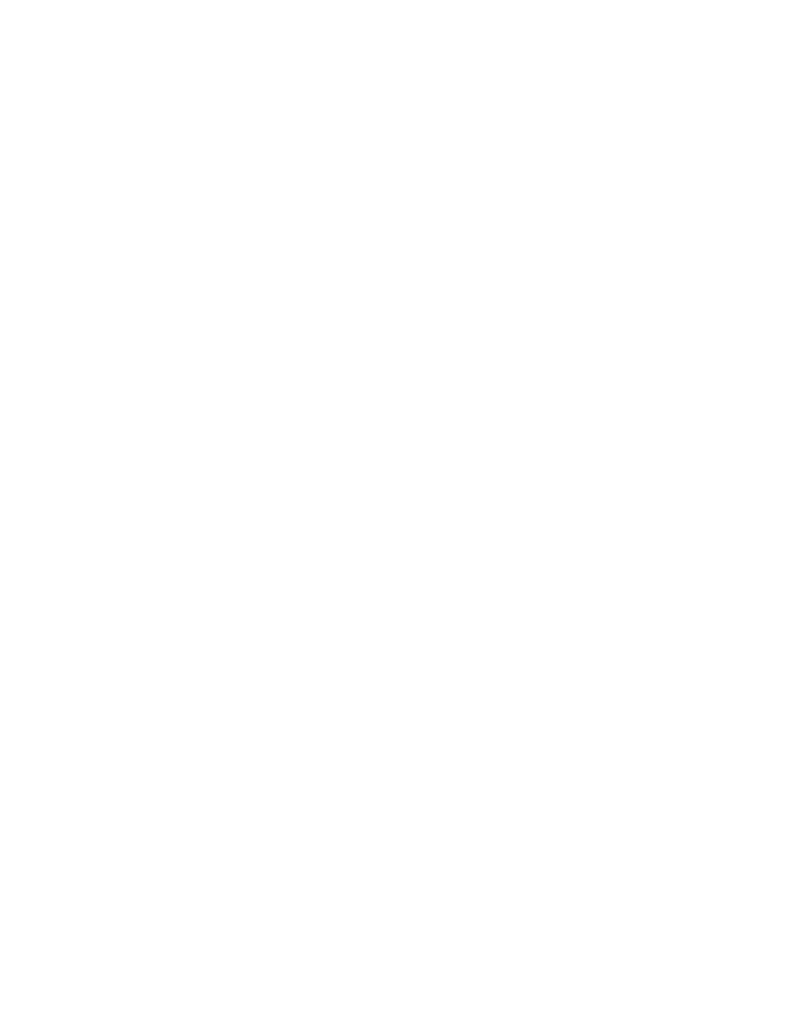
<source format=kicad_sch>
(kicad_sch (version 20230121) (generator eeschema)

  (uuid 825d611b-8e5d-4943-9bb4-40f1a1212d83)

  (paper "A" portrait)

  (title_block
    (title "Comms Badge Voice Assistant")
    (company "Home Sweet Home Assistant")
  )

  (lib_symbols
  )

)

</source>
